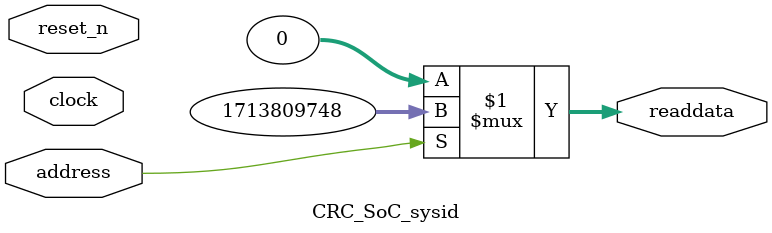
<source format=v>

`timescale 1ns / 1ps
// synthesis translate_on

// turn off superfluous verilog processor warnings 
// altera message_level Level1 
// altera message_off 10034 10035 10036 10037 10230 10240 10030 

module CRC_SoC_sysid (
               // inputs:
                address,
                clock,
                reset_n,

               // outputs:
                readdata
             )
;

  output  [ 31: 0] readdata;
  input            address;
  input            clock;
  input            reset_n;

  wire    [ 31: 0] readdata;
  //control_slave, which is an e_avalon_slave
  assign readdata = address ? 1713809748 : 0;

endmodule




</source>
